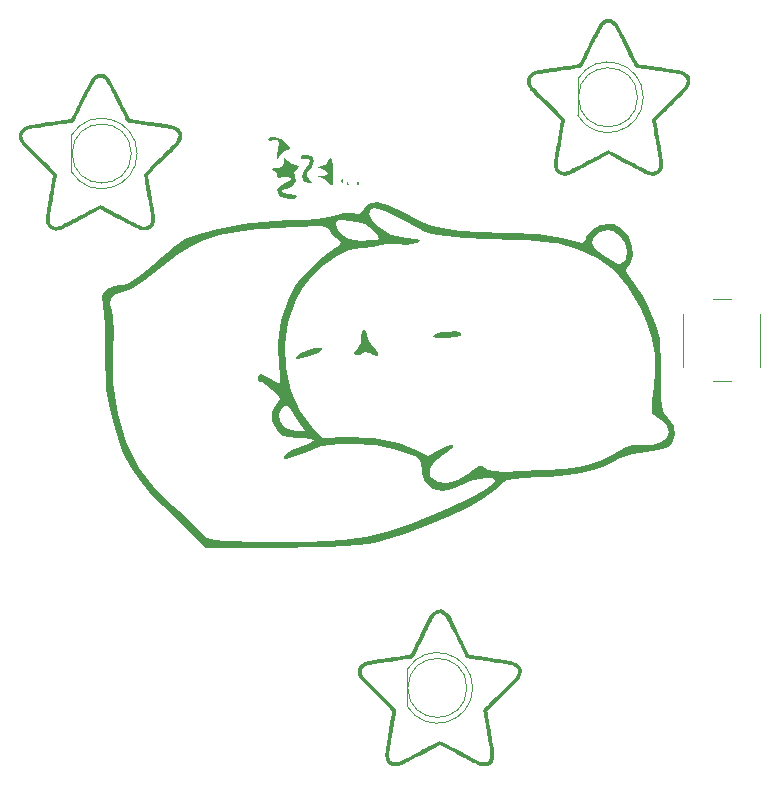
<source format=gbr>
%TF.GenerationSoftware,KiCad,Pcbnew,8.0.7*%
%TF.CreationDate,2025-05-01T23:39:49-04:00*%
%TF.ProjectId,Celeste Keychain,43656c65-7374-4652-904b-657963686169,rev?*%
%TF.SameCoordinates,Original*%
%TF.FileFunction,Legend,Top*%
%TF.FilePolarity,Positive*%
%FSLAX46Y46*%
G04 Gerber Fmt 4.6, Leading zero omitted, Abs format (unit mm)*
G04 Created by KiCad (PCBNEW 8.0.7) date 2025-05-01 23:39:49*
%MOMM*%
%LPD*%
G01*
G04 APERTURE LIST*
%ADD10C,0.000000*%
%ADD11C,0.120000*%
G04 APERTURE END LIST*
D10*
%TO.C,\u002A*%
G36*
X127805654Y-88660160D02*
G01*
X127982833Y-88760026D01*
X128160880Y-88912081D01*
X128163630Y-88914819D01*
X128357418Y-89108127D01*
X129182110Y-90774973D01*
X129341716Y-91097486D01*
X129479491Y-91375504D01*
X129597247Y-91612366D01*
X129696799Y-91811413D01*
X129779959Y-91975987D01*
X129848540Y-92109427D01*
X129904355Y-92215075D01*
X129949218Y-92296272D01*
X129984941Y-92356358D01*
X130013337Y-92398675D01*
X130036219Y-92426562D01*
X130055402Y-92443361D01*
X130072697Y-92452413D01*
X130089917Y-92457058D01*
X130095570Y-92458134D01*
X130137143Y-92464744D01*
X130226764Y-92478246D01*
X130359663Y-92497941D01*
X130531068Y-92523133D01*
X130736209Y-92553123D01*
X130970315Y-92587216D01*
X131228614Y-92624713D01*
X131506336Y-92664918D01*
X131798710Y-92707133D01*
X131851880Y-92714798D01*
X132247678Y-92772329D01*
X132592603Y-92823520D01*
X132888723Y-92868712D01*
X133138108Y-92908241D01*
X133342826Y-92942448D01*
X133504945Y-92971670D01*
X133626535Y-92996248D01*
X133709664Y-93016519D01*
X133728645Y-93022205D01*
X133965202Y-93118887D01*
X134157382Y-93241606D01*
X134303951Y-93387760D01*
X134403676Y-93554748D01*
X134455322Y-93739971D01*
X134457657Y-93940825D01*
X134409445Y-94154712D01*
X134342409Y-94315996D01*
X134319055Y-94360839D01*
X134291928Y-94406693D01*
X134258573Y-94456113D01*
X134216531Y-94511655D01*
X134163347Y-94575877D01*
X134096563Y-94651334D01*
X134013722Y-94740582D01*
X133912367Y-94846178D01*
X133790042Y-94970678D01*
X133644290Y-95116638D01*
X133472654Y-95286615D01*
X133272677Y-95483164D01*
X133041902Y-95708843D01*
X132777873Y-95966207D01*
X132478131Y-96257812D01*
X132447095Y-96287986D01*
X132264366Y-96466481D01*
X132094295Y-96634264D01*
X131940561Y-96787589D01*
X131806841Y-96922708D01*
X131696816Y-97035874D01*
X131614161Y-97123339D01*
X131562558Y-97181355D01*
X131545682Y-97206177D01*
X131545709Y-97206268D01*
X131552752Y-97239650D01*
X131567421Y-97318872D01*
X131588522Y-97437142D01*
X131614860Y-97587673D01*
X131645240Y-97763676D01*
X131678469Y-97958361D01*
X131689727Y-98024789D01*
X131728935Y-98256050D01*
X131774691Y-98525131D01*
X131824477Y-98817269D01*
X131875774Y-99117700D01*
X131926062Y-99411659D01*
X131972822Y-99684383D01*
X131984128Y-99750205D01*
X132037239Y-100066105D01*
X132079381Y-100335232D01*
X132110608Y-100563023D01*
X132130974Y-100754916D01*
X132140533Y-100916347D01*
X132139338Y-101052755D01*
X132127443Y-101169575D01*
X132104902Y-101272247D01*
X132071769Y-101366206D01*
X132028097Y-101456891D01*
X132001463Y-101504179D01*
X131883254Y-101661542D01*
X131737466Y-101775181D01*
X131561441Y-101846498D01*
X131352517Y-101876893D01*
X131291586Y-101878266D01*
X131228947Y-101878251D01*
X131172000Y-101877171D01*
X131117336Y-101873495D01*
X131061543Y-101865694D01*
X131001212Y-101852239D01*
X130932931Y-101831598D01*
X130853291Y-101802242D01*
X130758880Y-101762642D01*
X130646289Y-101711267D01*
X130512107Y-101646587D01*
X130352924Y-101567073D01*
X130165328Y-101471194D01*
X129945911Y-101357420D01*
X129691261Y-101224222D01*
X129397968Y-101070070D01*
X129062621Y-100893433D01*
X128869977Y-100791919D01*
X127528935Y-100085284D01*
X126161888Y-100805279D01*
X125821880Y-100984302D01*
X125525550Y-101140139D01*
X125269392Y-101274526D01*
X125049900Y-101389199D01*
X124863567Y-101485893D01*
X124706887Y-101566342D01*
X124576354Y-101632282D01*
X124468461Y-101685448D01*
X124379702Y-101727575D01*
X124306571Y-101760399D01*
X124245561Y-101785655D01*
X124193165Y-101805077D01*
X124145878Y-101820402D01*
X124100193Y-101833364D01*
X124066749Y-101842099D01*
X123889260Y-101879038D01*
X123738516Y-101889288D01*
X123595342Y-101873344D01*
X123522260Y-101856150D01*
X123338532Y-101781852D01*
X123184847Y-101665112D01*
X123059205Y-101504110D01*
X122990239Y-101371745D01*
X122957128Y-101278465D01*
X122935476Y-101167263D01*
X122922576Y-101022756D01*
X122920111Y-100973004D01*
X122918317Y-100916349D01*
X122918325Y-100858794D01*
X122920760Y-100795970D01*
X122926246Y-100723509D01*
X122935409Y-100637042D01*
X122948873Y-100532199D01*
X122967263Y-100404612D01*
X122991203Y-100249911D01*
X123021319Y-100063729D01*
X123058234Y-99841695D01*
X123102574Y-99579442D01*
X123154964Y-99272599D01*
X123204716Y-98982626D01*
X123255695Y-98685095D01*
X123303897Y-98402212D01*
X123348569Y-98138505D01*
X123388956Y-97898503D01*
X123424303Y-97686736D01*
X123453855Y-97507734D01*
X123476857Y-97366024D01*
X123492556Y-97266138D01*
X123500196Y-97212603D01*
X123500829Y-97205401D01*
X123481335Y-97174041D01*
X123422900Y-97106351D01*
X123325600Y-97002409D01*
X123189510Y-96862289D01*
X123014703Y-96686068D01*
X122801255Y-96473821D01*
X122549240Y-96225623D01*
X122258733Y-95941552D01*
X122219288Y-95903107D01*
X121998387Y-95687345D01*
X121786776Y-95479633D01*
X121587905Y-95283420D01*
X121405221Y-95102157D01*
X121242175Y-94939294D01*
X121102214Y-94798283D01*
X120988788Y-94682573D01*
X120905345Y-94595616D01*
X120855335Y-94540861D01*
X120845077Y-94528225D01*
X120710377Y-94309552D01*
X120627660Y-94094759D01*
X120596701Y-93893368D01*
X120920624Y-93893368D01*
X120921877Y-93908701D01*
X120927502Y-93960758D01*
X120935215Y-94009431D01*
X120947282Y-94057263D01*
X120965967Y-94106801D01*
X120993536Y-94160590D01*
X121032254Y-94221176D01*
X121084385Y-94291103D01*
X121152194Y-94372919D01*
X121237947Y-94469167D01*
X121343908Y-94582395D01*
X121472342Y-94715147D01*
X121625515Y-94869968D01*
X121805690Y-95049405D01*
X122015134Y-95256003D01*
X122256111Y-95492308D01*
X122530886Y-95760864D01*
X122827142Y-96049991D01*
X123059190Y-96277336D01*
X123265086Y-96480989D01*
X123442959Y-96659035D01*
X123590939Y-96809553D01*
X123707154Y-96930627D01*
X123789732Y-97020337D01*
X123836803Y-97076766D01*
X123847678Y-97096134D01*
X123843252Y-97130406D01*
X123830469Y-97212824D01*
X123810069Y-97338952D01*
X123782796Y-97504354D01*
X123749390Y-97704596D01*
X123710594Y-97935243D01*
X123667148Y-98191861D01*
X123619795Y-98470013D01*
X123569277Y-98765265D01*
X123540850Y-98930782D01*
X123474836Y-99317607D01*
X123416064Y-99668085D01*
X123364876Y-99980023D01*
X123321612Y-100251228D01*
X123286613Y-100479508D01*
X123260221Y-100662671D01*
X123242776Y-100798525D01*
X123234620Y-100884876D01*
X123234023Y-100903028D01*
X123247531Y-101069295D01*
X123285005Y-101224622D01*
X123341871Y-101354715D01*
X123405190Y-101437795D01*
X123527475Y-101517108D01*
X123679643Y-101557500D01*
X123854473Y-101558401D01*
X124044742Y-101519240D01*
X124118249Y-101494240D01*
X124165991Y-101472742D01*
X124256578Y-101428458D01*
X124385711Y-101363603D01*
X124549091Y-101280389D01*
X124742420Y-101181030D01*
X124961398Y-101067739D01*
X125201727Y-100942729D01*
X125459108Y-100808213D01*
X125729243Y-100666405D01*
X125862069Y-100596452D01*
X126134142Y-100453521D01*
X126393590Y-100318202D01*
X126636371Y-100192540D01*
X126858447Y-100078580D01*
X127055776Y-99978368D01*
X127224319Y-99893948D01*
X127360034Y-99827366D01*
X127458881Y-99780668D01*
X127516820Y-99755898D01*
X127529611Y-99752359D01*
X127574393Y-99764492D01*
X127656792Y-99798200D01*
X127767685Y-99849312D01*
X127897947Y-99913661D01*
X128009863Y-99971811D01*
X128200691Y-100073119D01*
X128365244Y-100160428D01*
X128511106Y-100237735D01*
X128645858Y-100309037D01*
X128777083Y-100378330D01*
X128912364Y-100449609D01*
X129059282Y-100526873D01*
X129225421Y-100614117D01*
X129418362Y-100715337D01*
X129645687Y-100834531D01*
X129829066Y-100930660D01*
X130044883Y-101043333D01*
X130250481Y-101149810D01*
X130440065Y-101247149D01*
X130607836Y-101332412D01*
X130747995Y-101402658D01*
X130854746Y-101454948D01*
X130922291Y-101486340D01*
X130936314Y-101492120D01*
X131146850Y-101552140D01*
X131332330Y-101565567D01*
X131490877Y-101533874D01*
X131620613Y-101458533D01*
X131719658Y-101341018D01*
X131786136Y-101182799D01*
X131818167Y-100985351D01*
X131817786Y-100801051D01*
X131807952Y-100694706D01*
X131790155Y-100551099D01*
X131766499Y-100385373D01*
X131739089Y-100212668D01*
X131723004Y-100119222D01*
X131684267Y-99899906D01*
X131642293Y-99660091D01*
X131597983Y-99405099D01*
X131552236Y-99140249D01*
X131505955Y-98870859D01*
X131460039Y-98602251D01*
X131415389Y-98339744D01*
X131372906Y-98088657D01*
X131333491Y-97854310D01*
X131298045Y-97642023D01*
X131267468Y-97457115D01*
X131242660Y-97304907D01*
X131224524Y-97190717D01*
X131213958Y-97119866D01*
X131211544Y-97098506D01*
X131231036Y-97066089D01*
X131289255Y-96997775D01*
X131385812Y-96893963D01*
X131520317Y-96755053D01*
X131692382Y-96581444D01*
X131901619Y-96373535D01*
X132147638Y-96131726D01*
X132245420Y-96036175D01*
X132541886Y-95746765D01*
X132802531Y-95492014D01*
X133029805Y-95269400D01*
X133226159Y-95076399D01*
X133394044Y-94910487D01*
X133535911Y-94769141D01*
X133654212Y-94649836D01*
X133751397Y-94550051D01*
X133829917Y-94467260D01*
X133892225Y-94398941D01*
X133940769Y-94342570D01*
X133978003Y-94295623D01*
X134006376Y-94255578D01*
X134028340Y-94219909D01*
X134046346Y-94186094D01*
X134050450Y-94177770D01*
X134119450Y-93995375D01*
X134138820Y-93832393D01*
X134108275Y-93687926D01*
X134027530Y-93561076D01*
X133896299Y-93450947D01*
X133802543Y-93397200D01*
X133766623Y-93378787D01*
X133734236Y-93362537D01*
X133701797Y-93347822D01*
X133665718Y-93334016D01*
X133622413Y-93320491D01*
X133568296Y-93306622D01*
X133499781Y-93291780D01*
X133413281Y-93275339D01*
X133305211Y-93256672D01*
X133171982Y-93235153D01*
X133010010Y-93210153D01*
X132815709Y-93181047D01*
X132585490Y-93147208D01*
X132315770Y-93108007D01*
X132002960Y-93062820D01*
X131643475Y-93011018D01*
X131358287Y-92969930D01*
X131089411Y-92930938D01*
X130834169Y-92893457D01*
X130597890Y-92858301D01*
X130385901Y-92826286D01*
X130203529Y-92798225D01*
X130056103Y-92774932D01*
X129948950Y-92757223D01*
X129887397Y-92745911D01*
X129877478Y-92743576D01*
X129859106Y-92737636D01*
X129841251Y-92728464D01*
X129822109Y-92712726D01*
X129799876Y-92687089D01*
X129772748Y-92648218D01*
X129738921Y-92592779D01*
X129696590Y-92517437D01*
X129643951Y-92418859D01*
X129579201Y-92293710D01*
X129500536Y-92138656D01*
X129406151Y-91950364D01*
X129294242Y-91725498D01*
X129163006Y-91460725D01*
X129010637Y-91152710D01*
X128946591Y-91023168D01*
X128780316Y-90687280D01*
X128635548Y-90395939D01*
X128510472Y-90145700D01*
X128403271Y-89933116D01*
X128312129Y-89754741D01*
X128235230Y-89607129D01*
X128170757Y-89486834D01*
X128116896Y-89390408D01*
X128071828Y-89314407D01*
X128033739Y-89255382D01*
X128000812Y-89209889D01*
X127973963Y-89177523D01*
X127828672Y-89041209D01*
X127683297Y-88958256D01*
X127537758Y-88928663D01*
X127391977Y-88952430D01*
X127245877Y-89029555D01*
X127099379Y-89160039D01*
X127089259Y-89171005D01*
X127060989Y-89204395D01*
X127029640Y-89246771D01*
X126993783Y-89300901D01*
X126951987Y-89369555D01*
X126902822Y-89455501D01*
X126844858Y-89561509D01*
X126776664Y-89690346D01*
X126696811Y-89844782D01*
X126603869Y-90027585D01*
X126496406Y-90241525D01*
X126372993Y-90489369D01*
X126232200Y-90773888D01*
X126072596Y-91097848D01*
X125892752Y-91464020D01*
X125691237Y-91875172D01*
X125669400Y-91919763D01*
X125560060Y-92142024D01*
X125470856Y-92320673D01*
X125399180Y-92460372D01*
X125342425Y-92565781D01*
X125297984Y-92641560D01*
X125263249Y-92692370D01*
X125235613Y-92722873D01*
X125212469Y-92737728D01*
X125211648Y-92738044D01*
X125165064Y-92749512D01*
X125074484Y-92766634D01*
X124948794Y-92787926D01*
X124796879Y-92811901D01*
X124627624Y-92837076D01*
X124568056Y-92845595D01*
X124125388Y-92908526D01*
X123706732Y-92968584D01*
X123314862Y-93025351D01*
X122952549Y-93078409D01*
X122622566Y-93127338D01*
X122327684Y-93171720D01*
X122070677Y-93211136D01*
X121854315Y-93245167D01*
X121681372Y-93273395D01*
X121554620Y-93295402D01*
X121476830Y-93310768D01*
X121459758Y-93315043D01*
X121265140Y-93389906D01*
X121111042Y-93488344D01*
X121000339Y-93607182D01*
X120935908Y-93743248D01*
X120920624Y-93893368D01*
X120596701Y-93893368D01*
X120595786Y-93887413D01*
X120613614Y-93691082D01*
X120680004Y-93509331D01*
X120793813Y-93345729D01*
X120953902Y-93203841D01*
X121159130Y-93087235D01*
X121326355Y-93023416D01*
X121397022Y-93004531D01*
X121503381Y-92981775D01*
X121647743Y-92954768D01*
X121832420Y-92923133D01*
X122059726Y-92886491D01*
X122331971Y-92844464D01*
X122651470Y-92796675D01*
X123020534Y-92742744D01*
X123207342Y-92715805D01*
X123501765Y-92673459D01*
X123782334Y-92633028D01*
X124044285Y-92595203D01*
X124282852Y-92560676D01*
X124493273Y-92530138D01*
X124670781Y-92504282D01*
X124810613Y-92483798D01*
X124908005Y-92469379D01*
X124958191Y-92461716D01*
X124961824Y-92461111D01*
X124979093Y-92457273D01*
X124996046Y-92449791D01*
X125014491Y-92435331D01*
X125036238Y-92410556D01*
X125063095Y-92372132D01*
X125096873Y-92316722D01*
X125139379Y-92240992D01*
X125192424Y-92141606D01*
X125257816Y-92015228D01*
X125337365Y-91858522D01*
X125432879Y-91668154D01*
X125546168Y-91440788D01*
X125679041Y-91173089D01*
X125833307Y-90861720D01*
X125875165Y-90777195D01*
X126701565Y-89108365D01*
X126895473Y-88914939D01*
X127008026Y-88808820D01*
X127102666Y-88735458D01*
X127193343Y-88684802D01*
X127243795Y-88664012D01*
X127439688Y-88613122D01*
X127625790Y-88611514D01*
X127805654Y-88660160D01*
G37*
%TO.C,G\u002A\u002A\u002A*%
G36*
X142093154Y-38653910D02*
G01*
X142270333Y-38753776D01*
X142448380Y-38905831D01*
X142451130Y-38908569D01*
X142644918Y-39101877D01*
X143469610Y-40768723D01*
X143629216Y-41091236D01*
X143766991Y-41369254D01*
X143884747Y-41606116D01*
X143984299Y-41805163D01*
X144067459Y-41969737D01*
X144136040Y-42103177D01*
X144191855Y-42208825D01*
X144236718Y-42290022D01*
X144272441Y-42350108D01*
X144300837Y-42392425D01*
X144323719Y-42420312D01*
X144342902Y-42437111D01*
X144360197Y-42446163D01*
X144377417Y-42450808D01*
X144383070Y-42451884D01*
X144424643Y-42458494D01*
X144514264Y-42471996D01*
X144647163Y-42491691D01*
X144818568Y-42516883D01*
X145023709Y-42546873D01*
X145257815Y-42580966D01*
X145516114Y-42618463D01*
X145793836Y-42658668D01*
X146086210Y-42700883D01*
X146139380Y-42708548D01*
X146535178Y-42766079D01*
X146880103Y-42817270D01*
X147176223Y-42862462D01*
X147425608Y-42901991D01*
X147630326Y-42936198D01*
X147792445Y-42965420D01*
X147914035Y-42989998D01*
X147997164Y-43010269D01*
X148016145Y-43015955D01*
X148252702Y-43112637D01*
X148444882Y-43235356D01*
X148591451Y-43381510D01*
X148691176Y-43548498D01*
X148742822Y-43733721D01*
X148745157Y-43934575D01*
X148696945Y-44148462D01*
X148629909Y-44309746D01*
X148606555Y-44354589D01*
X148579428Y-44400443D01*
X148546073Y-44449863D01*
X148504031Y-44505405D01*
X148450847Y-44569627D01*
X148384063Y-44645084D01*
X148301222Y-44734332D01*
X148199867Y-44839928D01*
X148077542Y-44964428D01*
X147931790Y-45110388D01*
X147760154Y-45280365D01*
X147560177Y-45476914D01*
X147329402Y-45702593D01*
X147065373Y-45959957D01*
X146765631Y-46251562D01*
X146734595Y-46281736D01*
X146551866Y-46460231D01*
X146381795Y-46628014D01*
X146228061Y-46781339D01*
X146094341Y-46916458D01*
X145984316Y-47029624D01*
X145901661Y-47117089D01*
X145850058Y-47175105D01*
X145833182Y-47199927D01*
X145833209Y-47200018D01*
X145840252Y-47233400D01*
X145854921Y-47312622D01*
X145876022Y-47430892D01*
X145902360Y-47581423D01*
X145932740Y-47757426D01*
X145965969Y-47952111D01*
X145977227Y-48018539D01*
X146016435Y-48249800D01*
X146062191Y-48518881D01*
X146111977Y-48811019D01*
X146163274Y-49111450D01*
X146213562Y-49405409D01*
X146260322Y-49678133D01*
X146271628Y-49743955D01*
X146324739Y-50059855D01*
X146366881Y-50328982D01*
X146398108Y-50556773D01*
X146418474Y-50748666D01*
X146428033Y-50910097D01*
X146426838Y-51046505D01*
X146414943Y-51163325D01*
X146392402Y-51265997D01*
X146359269Y-51359956D01*
X146315597Y-51450641D01*
X146288963Y-51497929D01*
X146170754Y-51655292D01*
X146024966Y-51768931D01*
X145848941Y-51840248D01*
X145640017Y-51870643D01*
X145579086Y-51872016D01*
X145516447Y-51872001D01*
X145459500Y-51870921D01*
X145404836Y-51867245D01*
X145349043Y-51859444D01*
X145288712Y-51845989D01*
X145220431Y-51825348D01*
X145140791Y-51795992D01*
X145046380Y-51756392D01*
X144933789Y-51705017D01*
X144799607Y-51640337D01*
X144640424Y-51560823D01*
X144452828Y-51464944D01*
X144233411Y-51351170D01*
X143978761Y-51217972D01*
X143685468Y-51063820D01*
X143350121Y-50887183D01*
X143157477Y-50785669D01*
X141816435Y-50079034D01*
X140449388Y-50799029D01*
X140109380Y-50978052D01*
X139813050Y-51133889D01*
X139556892Y-51268276D01*
X139337400Y-51382949D01*
X139151067Y-51479643D01*
X138994387Y-51560092D01*
X138863854Y-51626032D01*
X138755961Y-51679198D01*
X138667202Y-51721325D01*
X138594071Y-51754149D01*
X138533061Y-51779405D01*
X138480665Y-51798827D01*
X138433378Y-51814152D01*
X138387693Y-51827114D01*
X138354249Y-51835849D01*
X138176760Y-51872788D01*
X138026016Y-51883038D01*
X137882842Y-51867094D01*
X137809760Y-51849900D01*
X137626032Y-51775602D01*
X137472347Y-51658862D01*
X137346705Y-51497860D01*
X137277739Y-51365495D01*
X137244628Y-51272215D01*
X137222976Y-51161013D01*
X137210076Y-51016506D01*
X137207611Y-50966754D01*
X137205817Y-50910099D01*
X137205825Y-50852544D01*
X137208260Y-50789720D01*
X137213746Y-50717259D01*
X137222909Y-50630792D01*
X137236373Y-50525949D01*
X137254763Y-50398362D01*
X137278703Y-50243661D01*
X137308819Y-50057479D01*
X137345734Y-49835445D01*
X137390074Y-49573192D01*
X137442464Y-49266349D01*
X137492216Y-48976376D01*
X137543195Y-48678845D01*
X137591397Y-48395962D01*
X137636069Y-48132255D01*
X137676456Y-47892253D01*
X137711803Y-47680486D01*
X137741355Y-47501484D01*
X137764357Y-47359774D01*
X137780056Y-47259888D01*
X137787696Y-47206353D01*
X137788329Y-47199151D01*
X137768835Y-47167791D01*
X137710400Y-47100101D01*
X137613100Y-46996159D01*
X137477010Y-46856039D01*
X137302203Y-46679818D01*
X137088755Y-46467571D01*
X136836740Y-46219373D01*
X136546233Y-45935302D01*
X136506788Y-45896857D01*
X136285887Y-45681095D01*
X136074276Y-45473383D01*
X135875405Y-45277170D01*
X135692721Y-45095907D01*
X135529675Y-44933044D01*
X135389714Y-44792033D01*
X135276288Y-44676323D01*
X135192845Y-44589366D01*
X135142835Y-44534611D01*
X135132577Y-44521975D01*
X134997877Y-44303302D01*
X134915160Y-44088509D01*
X134884201Y-43887118D01*
X135208124Y-43887118D01*
X135209377Y-43902451D01*
X135215002Y-43954508D01*
X135222715Y-44003181D01*
X135234782Y-44051013D01*
X135253467Y-44100551D01*
X135281036Y-44154340D01*
X135319754Y-44214926D01*
X135371885Y-44284853D01*
X135439694Y-44366669D01*
X135525447Y-44462917D01*
X135631408Y-44576145D01*
X135759842Y-44708897D01*
X135913015Y-44863718D01*
X136093190Y-45043155D01*
X136302634Y-45249753D01*
X136543611Y-45486058D01*
X136818386Y-45754614D01*
X137114642Y-46043741D01*
X137346690Y-46271086D01*
X137552586Y-46474739D01*
X137730459Y-46652785D01*
X137878439Y-46803303D01*
X137994654Y-46924377D01*
X138077232Y-47014087D01*
X138124303Y-47070516D01*
X138135178Y-47089884D01*
X138130752Y-47124156D01*
X138117969Y-47206574D01*
X138097569Y-47332702D01*
X138070296Y-47498104D01*
X138036890Y-47698346D01*
X137998094Y-47928993D01*
X137954648Y-48185611D01*
X137907295Y-48463763D01*
X137856777Y-48759015D01*
X137828350Y-48924532D01*
X137762336Y-49311357D01*
X137703564Y-49661835D01*
X137652376Y-49973773D01*
X137609112Y-50244978D01*
X137574113Y-50473258D01*
X137547721Y-50656421D01*
X137530276Y-50792275D01*
X137522120Y-50878626D01*
X137521523Y-50896778D01*
X137535031Y-51063045D01*
X137572505Y-51218372D01*
X137629371Y-51348465D01*
X137692690Y-51431545D01*
X137814975Y-51510858D01*
X137967143Y-51551250D01*
X138141973Y-51552151D01*
X138332242Y-51512990D01*
X138405749Y-51487990D01*
X138453491Y-51466492D01*
X138544078Y-51422208D01*
X138673211Y-51357353D01*
X138836591Y-51274139D01*
X139029920Y-51174780D01*
X139248898Y-51061489D01*
X139489227Y-50936479D01*
X139746608Y-50801963D01*
X140016743Y-50660155D01*
X140149569Y-50590202D01*
X140421642Y-50447271D01*
X140681090Y-50311952D01*
X140923871Y-50186290D01*
X141145947Y-50072330D01*
X141343276Y-49972118D01*
X141511819Y-49887698D01*
X141647534Y-49821116D01*
X141746381Y-49774418D01*
X141804320Y-49749648D01*
X141817111Y-49746109D01*
X141861893Y-49758242D01*
X141944292Y-49791950D01*
X142055185Y-49843062D01*
X142185447Y-49907411D01*
X142297363Y-49965561D01*
X142488191Y-50066869D01*
X142652744Y-50154178D01*
X142798606Y-50231485D01*
X142933358Y-50302787D01*
X143064583Y-50372080D01*
X143199864Y-50443359D01*
X143346782Y-50520623D01*
X143512921Y-50607867D01*
X143705862Y-50709087D01*
X143933187Y-50828281D01*
X144116566Y-50924410D01*
X144332383Y-51037083D01*
X144537981Y-51143560D01*
X144727565Y-51240899D01*
X144895336Y-51326162D01*
X145035495Y-51396408D01*
X145142246Y-51448698D01*
X145209791Y-51480090D01*
X145223814Y-51485870D01*
X145434350Y-51545890D01*
X145619830Y-51559317D01*
X145778377Y-51527624D01*
X145908113Y-51452283D01*
X146007158Y-51334768D01*
X146073636Y-51176549D01*
X146105667Y-50979101D01*
X146105286Y-50794801D01*
X146095452Y-50688456D01*
X146077655Y-50544849D01*
X146053999Y-50379123D01*
X146026589Y-50206418D01*
X146010504Y-50112972D01*
X145971767Y-49893656D01*
X145929793Y-49653841D01*
X145885483Y-49398849D01*
X145839736Y-49133999D01*
X145793455Y-48864609D01*
X145747539Y-48596001D01*
X145702889Y-48333494D01*
X145660406Y-48082407D01*
X145620991Y-47848060D01*
X145585545Y-47635773D01*
X145554968Y-47450865D01*
X145530160Y-47298657D01*
X145512024Y-47184467D01*
X145501458Y-47113616D01*
X145499044Y-47092256D01*
X145518536Y-47059839D01*
X145576755Y-46991525D01*
X145673312Y-46887713D01*
X145807817Y-46748803D01*
X145979882Y-46575194D01*
X146189119Y-46367285D01*
X146435138Y-46125476D01*
X146532920Y-46029925D01*
X146829386Y-45740515D01*
X147090031Y-45485764D01*
X147317305Y-45263150D01*
X147513659Y-45070149D01*
X147681544Y-44904237D01*
X147823411Y-44762891D01*
X147941712Y-44643586D01*
X148038897Y-44543801D01*
X148117417Y-44461010D01*
X148179725Y-44392691D01*
X148228269Y-44336320D01*
X148265503Y-44289373D01*
X148293876Y-44249328D01*
X148315840Y-44213659D01*
X148333846Y-44179844D01*
X148337950Y-44171520D01*
X148406950Y-43989125D01*
X148426320Y-43826143D01*
X148395775Y-43681676D01*
X148315030Y-43554826D01*
X148183799Y-43444697D01*
X148090043Y-43390950D01*
X148054123Y-43372537D01*
X148021736Y-43356287D01*
X147989297Y-43341572D01*
X147953218Y-43327766D01*
X147909913Y-43314241D01*
X147855796Y-43300372D01*
X147787281Y-43285530D01*
X147700781Y-43269089D01*
X147592711Y-43250422D01*
X147459482Y-43228903D01*
X147297510Y-43203903D01*
X147103209Y-43174797D01*
X146872990Y-43140958D01*
X146603270Y-43101757D01*
X146290460Y-43056570D01*
X145930975Y-43004768D01*
X145645787Y-42963680D01*
X145376911Y-42924688D01*
X145121669Y-42887207D01*
X144885390Y-42852051D01*
X144673401Y-42820036D01*
X144491029Y-42791975D01*
X144343603Y-42768682D01*
X144236450Y-42750973D01*
X144174897Y-42739661D01*
X144164978Y-42737326D01*
X144146606Y-42731386D01*
X144128751Y-42722214D01*
X144109609Y-42706476D01*
X144087376Y-42680839D01*
X144060248Y-42641968D01*
X144026421Y-42586529D01*
X143984090Y-42511187D01*
X143931451Y-42412609D01*
X143866701Y-42287460D01*
X143788036Y-42132406D01*
X143693651Y-41944114D01*
X143581742Y-41719248D01*
X143450506Y-41454475D01*
X143298137Y-41146460D01*
X143234091Y-41016918D01*
X143067816Y-40681030D01*
X142923048Y-40389689D01*
X142797972Y-40139450D01*
X142690771Y-39926866D01*
X142599629Y-39748491D01*
X142522730Y-39600879D01*
X142458257Y-39480584D01*
X142404396Y-39384158D01*
X142359328Y-39308157D01*
X142321239Y-39249132D01*
X142288312Y-39203639D01*
X142261463Y-39171273D01*
X142116172Y-39034959D01*
X141970797Y-38952006D01*
X141825258Y-38922413D01*
X141679477Y-38946180D01*
X141533377Y-39023305D01*
X141386879Y-39153789D01*
X141376759Y-39164755D01*
X141348489Y-39198145D01*
X141317140Y-39240521D01*
X141281283Y-39294651D01*
X141239487Y-39363305D01*
X141190322Y-39449251D01*
X141132358Y-39555259D01*
X141064164Y-39684096D01*
X140984311Y-39838532D01*
X140891369Y-40021335D01*
X140783906Y-40235275D01*
X140660493Y-40483119D01*
X140519700Y-40767638D01*
X140360096Y-41091598D01*
X140180252Y-41457770D01*
X139978737Y-41868922D01*
X139956900Y-41913513D01*
X139847560Y-42135774D01*
X139758356Y-42314423D01*
X139686680Y-42454122D01*
X139629925Y-42559531D01*
X139585484Y-42635310D01*
X139550749Y-42686120D01*
X139523113Y-42716623D01*
X139499969Y-42731478D01*
X139499148Y-42731794D01*
X139452564Y-42743262D01*
X139361984Y-42760384D01*
X139236294Y-42781676D01*
X139084379Y-42805651D01*
X138915124Y-42830826D01*
X138855556Y-42839345D01*
X138412888Y-42902276D01*
X137994232Y-42962334D01*
X137602362Y-43019101D01*
X137240049Y-43072159D01*
X136910066Y-43121088D01*
X136615184Y-43165470D01*
X136358177Y-43204886D01*
X136141815Y-43238917D01*
X135968872Y-43267145D01*
X135842120Y-43289152D01*
X135764330Y-43304518D01*
X135747258Y-43308793D01*
X135552640Y-43383656D01*
X135398542Y-43482094D01*
X135287839Y-43600932D01*
X135223408Y-43736998D01*
X135208124Y-43887118D01*
X134884201Y-43887118D01*
X134883286Y-43881163D01*
X134901114Y-43684832D01*
X134967504Y-43503081D01*
X135081313Y-43339479D01*
X135241402Y-43197591D01*
X135446630Y-43080985D01*
X135613855Y-43017166D01*
X135684522Y-42998281D01*
X135790881Y-42975525D01*
X135935243Y-42948518D01*
X136119920Y-42916883D01*
X136347226Y-42880241D01*
X136619471Y-42838214D01*
X136938970Y-42790425D01*
X137308034Y-42736494D01*
X137494842Y-42709555D01*
X137789265Y-42667209D01*
X138069834Y-42626778D01*
X138331785Y-42588953D01*
X138570352Y-42554426D01*
X138780773Y-42523888D01*
X138958281Y-42498032D01*
X139098113Y-42477548D01*
X139195505Y-42463129D01*
X139245691Y-42455466D01*
X139249324Y-42454861D01*
X139266593Y-42451023D01*
X139283546Y-42443541D01*
X139301991Y-42429081D01*
X139323738Y-42404306D01*
X139350595Y-42365882D01*
X139384373Y-42310472D01*
X139426879Y-42234742D01*
X139479924Y-42135356D01*
X139545316Y-42008978D01*
X139624865Y-41852272D01*
X139720379Y-41661904D01*
X139833668Y-41434538D01*
X139966541Y-41166839D01*
X140120807Y-40855470D01*
X140162665Y-40770945D01*
X140989065Y-39102115D01*
X141182973Y-38908689D01*
X141295526Y-38802570D01*
X141390166Y-38729208D01*
X141480843Y-38678552D01*
X141531295Y-38657762D01*
X141727188Y-38606872D01*
X141913290Y-38605264D01*
X142093154Y-38653910D01*
G37*
G36*
X99071904Y-43297660D02*
G01*
X99249083Y-43397526D01*
X99427130Y-43549581D01*
X99429880Y-43552319D01*
X99623668Y-43745627D01*
X100448360Y-45412473D01*
X100607966Y-45734986D01*
X100745741Y-46013004D01*
X100863497Y-46249866D01*
X100963049Y-46448913D01*
X101046209Y-46613487D01*
X101114790Y-46746927D01*
X101170605Y-46852575D01*
X101215468Y-46933772D01*
X101251191Y-46993858D01*
X101279587Y-47036175D01*
X101302469Y-47064062D01*
X101321652Y-47080861D01*
X101338947Y-47089913D01*
X101356167Y-47094558D01*
X101361820Y-47095634D01*
X101403393Y-47102244D01*
X101493014Y-47115746D01*
X101625913Y-47135441D01*
X101797318Y-47160633D01*
X102002459Y-47190623D01*
X102236565Y-47224716D01*
X102494864Y-47262213D01*
X102772586Y-47302418D01*
X103064960Y-47344633D01*
X103118130Y-47352298D01*
X103513928Y-47409829D01*
X103858853Y-47461020D01*
X104154973Y-47506212D01*
X104404358Y-47545741D01*
X104609076Y-47579948D01*
X104771195Y-47609170D01*
X104892785Y-47633748D01*
X104975914Y-47654019D01*
X104994895Y-47659705D01*
X105231452Y-47756387D01*
X105423632Y-47879106D01*
X105570201Y-48025260D01*
X105669926Y-48192248D01*
X105721572Y-48377471D01*
X105723907Y-48578325D01*
X105675695Y-48792212D01*
X105608659Y-48953496D01*
X105585305Y-48998339D01*
X105558178Y-49044193D01*
X105524823Y-49093613D01*
X105482781Y-49149155D01*
X105429597Y-49213377D01*
X105362813Y-49288834D01*
X105279972Y-49378082D01*
X105178617Y-49483678D01*
X105056292Y-49608178D01*
X104910540Y-49754138D01*
X104738904Y-49924115D01*
X104538927Y-50120664D01*
X104308152Y-50346343D01*
X104044123Y-50603707D01*
X103744381Y-50895312D01*
X103713345Y-50925486D01*
X103530616Y-51103981D01*
X103360545Y-51271764D01*
X103206811Y-51425089D01*
X103073091Y-51560208D01*
X102963066Y-51673374D01*
X102880411Y-51760839D01*
X102828808Y-51818855D01*
X102811932Y-51843677D01*
X102811959Y-51843768D01*
X102819002Y-51877150D01*
X102833671Y-51956372D01*
X102854772Y-52074642D01*
X102881110Y-52225173D01*
X102911490Y-52401176D01*
X102944719Y-52595861D01*
X102955977Y-52662289D01*
X102995185Y-52893550D01*
X103040941Y-53162631D01*
X103090727Y-53454769D01*
X103142024Y-53755200D01*
X103192312Y-54049159D01*
X103239072Y-54321883D01*
X103250378Y-54387705D01*
X103303489Y-54703605D01*
X103345631Y-54972732D01*
X103376858Y-55200523D01*
X103397224Y-55392416D01*
X103406783Y-55553847D01*
X103405588Y-55690255D01*
X103393693Y-55807075D01*
X103371152Y-55909747D01*
X103338019Y-56003706D01*
X103294347Y-56094391D01*
X103267713Y-56141679D01*
X103149504Y-56299042D01*
X103003716Y-56412681D01*
X102827691Y-56483998D01*
X102618767Y-56514393D01*
X102557836Y-56515766D01*
X102495197Y-56515751D01*
X102438250Y-56514671D01*
X102383586Y-56510995D01*
X102327793Y-56503194D01*
X102267462Y-56489739D01*
X102199181Y-56469098D01*
X102119541Y-56439742D01*
X102025130Y-56400142D01*
X101912539Y-56348767D01*
X101778357Y-56284087D01*
X101619174Y-56204573D01*
X101431578Y-56108694D01*
X101212161Y-55994920D01*
X100957511Y-55861722D01*
X100664218Y-55707570D01*
X100328871Y-55530933D01*
X100136227Y-55429419D01*
X98795185Y-54722784D01*
X97428138Y-55442779D01*
X97088130Y-55621802D01*
X96791800Y-55777639D01*
X96535642Y-55912026D01*
X96316150Y-56026699D01*
X96129817Y-56123393D01*
X95973137Y-56203842D01*
X95842604Y-56269782D01*
X95734711Y-56322948D01*
X95645952Y-56365075D01*
X95572821Y-56397899D01*
X95511811Y-56423155D01*
X95459415Y-56442577D01*
X95412128Y-56457902D01*
X95366443Y-56470864D01*
X95332999Y-56479599D01*
X95155510Y-56516538D01*
X95004766Y-56526788D01*
X94861592Y-56510844D01*
X94788510Y-56493650D01*
X94604782Y-56419352D01*
X94451097Y-56302612D01*
X94325455Y-56141610D01*
X94256489Y-56009245D01*
X94223378Y-55915965D01*
X94201726Y-55804763D01*
X94188826Y-55660256D01*
X94186361Y-55610504D01*
X94184567Y-55553849D01*
X94184575Y-55496294D01*
X94187010Y-55433470D01*
X94192496Y-55361009D01*
X94201659Y-55274542D01*
X94215123Y-55169699D01*
X94233513Y-55042112D01*
X94257453Y-54887411D01*
X94287569Y-54701229D01*
X94324484Y-54479195D01*
X94368824Y-54216942D01*
X94421214Y-53910099D01*
X94470966Y-53620126D01*
X94521945Y-53322595D01*
X94570147Y-53039712D01*
X94614819Y-52776005D01*
X94655206Y-52536003D01*
X94690553Y-52324236D01*
X94720105Y-52145234D01*
X94743107Y-52003524D01*
X94758806Y-51903638D01*
X94766446Y-51850103D01*
X94767079Y-51842901D01*
X94747585Y-51811541D01*
X94689150Y-51743851D01*
X94591850Y-51639909D01*
X94455760Y-51499789D01*
X94280953Y-51323568D01*
X94067505Y-51111321D01*
X93815490Y-50863123D01*
X93524983Y-50579052D01*
X93485538Y-50540607D01*
X93264637Y-50324845D01*
X93053026Y-50117133D01*
X92854155Y-49920920D01*
X92671471Y-49739657D01*
X92508425Y-49576794D01*
X92368464Y-49435783D01*
X92255038Y-49320073D01*
X92171595Y-49233116D01*
X92121585Y-49178361D01*
X92111327Y-49165725D01*
X91976627Y-48947052D01*
X91893910Y-48732259D01*
X91862951Y-48530868D01*
X92186874Y-48530868D01*
X92188127Y-48546201D01*
X92193752Y-48598258D01*
X92201465Y-48646931D01*
X92213532Y-48694763D01*
X92232217Y-48744301D01*
X92259786Y-48798090D01*
X92298504Y-48858676D01*
X92350635Y-48928603D01*
X92418444Y-49010419D01*
X92504197Y-49106667D01*
X92610158Y-49219895D01*
X92738592Y-49352647D01*
X92891765Y-49507468D01*
X93071940Y-49686905D01*
X93281384Y-49893503D01*
X93522361Y-50129808D01*
X93797136Y-50398364D01*
X94093392Y-50687491D01*
X94325440Y-50914836D01*
X94531336Y-51118489D01*
X94709209Y-51296535D01*
X94857189Y-51447053D01*
X94973404Y-51568127D01*
X95055982Y-51657837D01*
X95103053Y-51714266D01*
X95113928Y-51733634D01*
X95109502Y-51767906D01*
X95096719Y-51850324D01*
X95076319Y-51976452D01*
X95049046Y-52141854D01*
X95015640Y-52342096D01*
X94976844Y-52572743D01*
X94933398Y-52829361D01*
X94886045Y-53107513D01*
X94835527Y-53402765D01*
X94807100Y-53568282D01*
X94741086Y-53955107D01*
X94682314Y-54305585D01*
X94631126Y-54617523D01*
X94587862Y-54888728D01*
X94552863Y-55117008D01*
X94526471Y-55300171D01*
X94509026Y-55436025D01*
X94500870Y-55522376D01*
X94500273Y-55540528D01*
X94513781Y-55706795D01*
X94551255Y-55862122D01*
X94608121Y-55992215D01*
X94671440Y-56075295D01*
X94793725Y-56154608D01*
X94945893Y-56195000D01*
X95120723Y-56195901D01*
X95310992Y-56156740D01*
X95384499Y-56131740D01*
X95432241Y-56110242D01*
X95522828Y-56065958D01*
X95651961Y-56001103D01*
X95815341Y-55917889D01*
X96008670Y-55818530D01*
X96227648Y-55705239D01*
X96467977Y-55580229D01*
X96725358Y-55445713D01*
X96995493Y-55303905D01*
X97128319Y-55233952D01*
X97400392Y-55091021D01*
X97659840Y-54955702D01*
X97902621Y-54830040D01*
X98124697Y-54716080D01*
X98322026Y-54615868D01*
X98490569Y-54531448D01*
X98626284Y-54464866D01*
X98725131Y-54418168D01*
X98783070Y-54393398D01*
X98795861Y-54389859D01*
X98840643Y-54401992D01*
X98923042Y-54435700D01*
X99033935Y-54486812D01*
X99164197Y-54551161D01*
X99276113Y-54609311D01*
X99466941Y-54710619D01*
X99631494Y-54797928D01*
X99777356Y-54875235D01*
X99912108Y-54946537D01*
X100043333Y-55015830D01*
X100178614Y-55087109D01*
X100325532Y-55164373D01*
X100491671Y-55251617D01*
X100684612Y-55352837D01*
X100911937Y-55472031D01*
X101095316Y-55568160D01*
X101311133Y-55680833D01*
X101516731Y-55787310D01*
X101706315Y-55884649D01*
X101874086Y-55969912D01*
X102014245Y-56040158D01*
X102120996Y-56092448D01*
X102188541Y-56123840D01*
X102202564Y-56129620D01*
X102413100Y-56189640D01*
X102598580Y-56203067D01*
X102757127Y-56171374D01*
X102886863Y-56096033D01*
X102985908Y-55978518D01*
X103052386Y-55820299D01*
X103084417Y-55622851D01*
X103084036Y-55438551D01*
X103074202Y-55332206D01*
X103056405Y-55188599D01*
X103032749Y-55022873D01*
X103005339Y-54850168D01*
X102989254Y-54756722D01*
X102950517Y-54537406D01*
X102908543Y-54297591D01*
X102864233Y-54042599D01*
X102818486Y-53777749D01*
X102772205Y-53508359D01*
X102726289Y-53239751D01*
X102681639Y-52977244D01*
X102639156Y-52726157D01*
X102599741Y-52491810D01*
X102564295Y-52279523D01*
X102533718Y-52094615D01*
X102508910Y-51942407D01*
X102490774Y-51828217D01*
X102480208Y-51757366D01*
X102477794Y-51736006D01*
X102497286Y-51703589D01*
X102555505Y-51635275D01*
X102652062Y-51531463D01*
X102786567Y-51392553D01*
X102958632Y-51218944D01*
X103167869Y-51011035D01*
X103413888Y-50769226D01*
X103511670Y-50673675D01*
X103808136Y-50384265D01*
X104068781Y-50129514D01*
X104296055Y-49906900D01*
X104492409Y-49713899D01*
X104660294Y-49547987D01*
X104802161Y-49406641D01*
X104920462Y-49287336D01*
X105017647Y-49187551D01*
X105096167Y-49104760D01*
X105158475Y-49036441D01*
X105207019Y-48980070D01*
X105244253Y-48933123D01*
X105272626Y-48893078D01*
X105294590Y-48857409D01*
X105312596Y-48823594D01*
X105316700Y-48815270D01*
X105385700Y-48632875D01*
X105405070Y-48469893D01*
X105374525Y-48325426D01*
X105293780Y-48198576D01*
X105162549Y-48088447D01*
X105068793Y-48034700D01*
X105032873Y-48016287D01*
X105000486Y-48000037D01*
X104968047Y-47985322D01*
X104931968Y-47971516D01*
X104888663Y-47957991D01*
X104834546Y-47944122D01*
X104766031Y-47929280D01*
X104679531Y-47912839D01*
X104571461Y-47894172D01*
X104438232Y-47872653D01*
X104276260Y-47847653D01*
X104081959Y-47818547D01*
X103851740Y-47784708D01*
X103582020Y-47745507D01*
X103269210Y-47700320D01*
X102909725Y-47648518D01*
X102624537Y-47607430D01*
X102355661Y-47568438D01*
X102100419Y-47530957D01*
X101864140Y-47495801D01*
X101652151Y-47463786D01*
X101469779Y-47435725D01*
X101322353Y-47412432D01*
X101215200Y-47394723D01*
X101153647Y-47383411D01*
X101143728Y-47381076D01*
X101125356Y-47375136D01*
X101107501Y-47365964D01*
X101088359Y-47350226D01*
X101066126Y-47324589D01*
X101038998Y-47285718D01*
X101005171Y-47230279D01*
X100962840Y-47154937D01*
X100910201Y-47056359D01*
X100845451Y-46931210D01*
X100766786Y-46776156D01*
X100672401Y-46587864D01*
X100560492Y-46362998D01*
X100429256Y-46098225D01*
X100276887Y-45790210D01*
X100212841Y-45660668D01*
X100046566Y-45324780D01*
X99901798Y-45033439D01*
X99776722Y-44783200D01*
X99669521Y-44570616D01*
X99578379Y-44392241D01*
X99501480Y-44244629D01*
X99437007Y-44124334D01*
X99383146Y-44027908D01*
X99338078Y-43951907D01*
X99299989Y-43892882D01*
X99267062Y-43847389D01*
X99240213Y-43815023D01*
X99094922Y-43678709D01*
X98949547Y-43595756D01*
X98804008Y-43566163D01*
X98658227Y-43589930D01*
X98512127Y-43667055D01*
X98365629Y-43797539D01*
X98355509Y-43808505D01*
X98327239Y-43841895D01*
X98295890Y-43884271D01*
X98260033Y-43938401D01*
X98218237Y-44007055D01*
X98169072Y-44093001D01*
X98111108Y-44199009D01*
X98042914Y-44327846D01*
X97963061Y-44482282D01*
X97870119Y-44665085D01*
X97762656Y-44879025D01*
X97639243Y-45126869D01*
X97498450Y-45411388D01*
X97338846Y-45735348D01*
X97159002Y-46101520D01*
X96957487Y-46512672D01*
X96935650Y-46557263D01*
X96826310Y-46779524D01*
X96737106Y-46958173D01*
X96665430Y-47097872D01*
X96608675Y-47203281D01*
X96564234Y-47279060D01*
X96529499Y-47329870D01*
X96501863Y-47360373D01*
X96478719Y-47375228D01*
X96477898Y-47375544D01*
X96431314Y-47387012D01*
X96340734Y-47404134D01*
X96215044Y-47425426D01*
X96063129Y-47449401D01*
X95893874Y-47474576D01*
X95834306Y-47483095D01*
X95391638Y-47546026D01*
X94972982Y-47606084D01*
X94581112Y-47662851D01*
X94218799Y-47715909D01*
X93888816Y-47764838D01*
X93593934Y-47809220D01*
X93336927Y-47848636D01*
X93120565Y-47882667D01*
X92947622Y-47910895D01*
X92820870Y-47932902D01*
X92743080Y-47948268D01*
X92726008Y-47952543D01*
X92531390Y-48027406D01*
X92377292Y-48125844D01*
X92266589Y-48244682D01*
X92202158Y-48380748D01*
X92186874Y-48530868D01*
X91862951Y-48530868D01*
X91862036Y-48524913D01*
X91879864Y-48328582D01*
X91946254Y-48146831D01*
X92060063Y-47983229D01*
X92220152Y-47841341D01*
X92425380Y-47724735D01*
X92592605Y-47660916D01*
X92663272Y-47642031D01*
X92769631Y-47619275D01*
X92913993Y-47592268D01*
X93098670Y-47560633D01*
X93325976Y-47523991D01*
X93598221Y-47481964D01*
X93917720Y-47434175D01*
X94286784Y-47380244D01*
X94473592Y-47353305D01*
X94768015Y-47310959D01*
X95048584Y-47270528D01*
X95310535Y-47232703D01*
X95549102Y-47198176D01*
X95759523Y-47167638D01*
X95937031Y-47141782D01*
X96076863Y-47121298D01*
X96174255Y-47106879D01*
X96224441Y-47099216D01*
X96228074Y-47098611D01*
X96245343Y-47094773D01*
X96262296Y-47087291D01*
X96280741Y-47072831D01*
X96302488Y-47048056D01*
X96329345Y-47009632D01*
X96363123Y-46954222D01*
X96405629Y-46878492D01*
X96458674Y-46779106D01*
X96524066Y-46652728D01*
X96603615Y-46496022D01*
X96699129Y-46305654D01*
X96812418Y-46078288D01*
X96945291Y-45810589D01*
X97099557Y-45499220D01*
X97141415Y-45414695D01*
X97967815Y-43745865D01*
X98161723Y-43552439D01*
X98274276Y-43446320D01*
X98368916Y-43372958D01*
X98459593Y-43322302D01*
X98510045Y-43301512D01*
X98705938Y-43250622D01*
X98892040Y-43249014D01*
X99071904Y-43297660D01*
G37*
G36*
X129197479Y-65136834D02*
G01*
X129279570Y-65198825D01*
X129339398Y-65362627D01*
X129211448Y-65467984D01*
X128810683Y-65544693D01*
X128076739Y-65620289D01*
X127346617Y-65653272D01*
X126984578Y-65574646D01*
X126917174Y-65449112D01*
X127111981Y-65286759D01*
X127592806Y-65157891D01*
X128204259Y-65078972D01*
X128790947Y-65066466D01*
X129197479Y-65136834D01*
G37*
G36*
X121272486Y-65019472D02*
G01*
X121358996Y-65349782D01*
X121559579Y-65880925D01*
X121951910Y-66448170D01*
X122007710Y-66509347D01*
X122319209Y-66929025D01*
X122270243Y-67110765D01*
X121888690Y-67027157D01*
X121615188Y-66895272D01*
X121195152Y-66793954D01*
X121064499Y-66895272D01*
X120791024Y-67082272D01*
X120457386Y-67095678D01*
X120291143Y-66927357D01*
X120291087Y-66922913D01*
X120442147Y-66634683D01*
X120619850Y-66456239D01*
X120845728Y-66048571D01*
X120895937Y-65557571D01*
X120934781Y-65063073D01*
X121092669Y-64869180D01*
X121272486Y-65019472D01*
G37*
G36*
X117585932Y-66514487D02*
G01*
X117587387Y-66674495D01*
X117225316Y-66902560D01*
X116536709Y-67164580D01*
X115854292Y-67338907D01*
X115408601Y-67364571D01*
X115306031Y-67312544D01*
X115402124Y-67114187D01*
X115790260Y-66868694D01*
X116334414Y-66637981D01*
X116898564Y-66483966D01*
X117191819Y-66454130D01*
X117585932Y-66514487D01*
G37*
G36*
X113560438Y-48587236D02*
G01*
X114054587Y-48772715D01*
X114511348Y-49114340D01*
X114516443Y-49119685D01*
X114824332Y-49500151D01*
X114796717Y-49657437D01*
X114709035Y-49668043D01*
X114347687Y-49833703D01*
X114028319Y-50165000D01*
X113815148Y-50442834D01*
X113735205Y-50427054D01*
X113762503Y-50061380D01*
X113812755Y-49698142D01*
X113881547Y-49108439D01*
X113834830Y-48855286D01*
X113631729Y-48839845D01*
X113476376Y-48884765D01*
X113096205Y-48919072D01*
X113002391Y-48799449D01*
X113164504Y-48586587D01*
X113560438Y-48587236D01*
G37*
G36*
X119333985Y-52171231D02*
G01*
X119360419Y-52433352D01*
X119333985Y-52465724D01*
X119202679Y-52435406D01*
X119186739Y-52318478D01*
X119267552Y-52136677D01*
X119333985Y-52171231D01*
G37*
G36*
X116725923Y-50248729D02*
G01*
X116908074Y-50609414D01*
X116719091Y-51107608D01*
X116567322Y-51291548D01*
X116262418Y-51660199D01*
X116256980Y-51907746D01*
X116476273Y-52163788D01*
X116716978Y-52443727D01*
X116630620Y-52534287D01*
X116510010Y-52539347D01*
X116115533Y-52454397D01*
X116020942Y-52392101D01*
X115875458Y-51979298D01*
X115997092Y-51478642D01*
X116205000Y-51214130D01*
X116470272Y-50873307D01*
X116519762Y-50565164D01*
X116349126Y-50435700D01*
X116227341Y-50463076D01*
X115870127Y-50438345D01*
X115772567Y-50345709D01*
X115836068Y-50166088D01*
X116198897Y-50109782D01*
X116725923Y-50248729D01*
G37*
G36*
X120659203Y-52392101D02*
G01*
X120685636Y-52654222D01*
X120659203Y-52686594D01*
X120527896Y-52656275D01*
X120511956Y-52539347D01*
X120592769Y-52357547D01*
X120659203Y-52392101D01*
G37*
G36*
X119775724Y-52392101D02*
G01*
X119802158Y-52654222D01*
X119775724Y-52686594D01*
X119644418Y-52656275D01*
X119628478Y-52539347D01*
X119709291Y-52357547D01*
X119775724Y-52392101D01*
G37*
G36*
X118424216Y-50530352D02*
G01*
X118504442Y-51045498D01*
X118524130Y-51545434D01*
X118506577Y-52313747D01*
X118443644Y-52685571D01*
X118319920Y-52705141D01*
X118183260Y-52523869D01*
X117874894Y-52257312D01*
X117562834Y-52096130D01*
X117088478Y-51904739D01*
X117585435Y-51890739D01*
X117973742Y-51806101D01*
X118082391Y-51681629D01*
X117899248Y-51470103D01*
X117585435Y-51322286D01*
X117088478Y-51158052D01*
X117585435Y-51060294D01*
X117973770Y-50864541D01*
X118082391Y-50646594D01*
X118206671Y-50362664D01*
X118303261Y-50330652D01*
X118424216Y-50530352D01*
G37*
G36*
X114503906Y-50440977D02*
G01*
X114635069Y-50606739D01*
X115053902Y-50926265D01*
X115345871Y-51000285D01*
X115629682Y-51036647D01*
X115516942Y-51192717D01*
X115408564Y-51277450D01*
X115177321Y-51600694D01*
X115285322Y-51914520D01*
X115357896Y-52367165D01*
X115101913Y-52768932D01*
X114620599Y-52975695D01*
X114521434Y-52981087D01*
X114177479Y-53078950D01*
X114106739Y-53201956D01*
X114298668Y-53357036D01*
X114761104Y-53422809D01*
X114769348Y-53422826D01*
X115234587Y-53486802D01*
X115431905Y-53640947D01*
X115431956Y-53643695D01*
X115251992Y-53817425D01*
X114828304Y-53859799D01*
X114335195Y-53782235D01*
X113946972Y-53596153D01*
X113893899Y-53542936D01*
X113744115Y-53119916D01*
X114027553Y-52747488D01*
X114459498Y-52531190D01*
X114911982Y-52273190D01*
X114952201Y-52063638D01*
X114608131Y-51987352D01*
X114293265Y-52027173D01*
X113818001Y-52076485D01*
X113730969Y-51951697D01*
X113745737Y-51924791D01*
X113706655Y-51637751D01*
X113503993Y-51455291D01*
X113284728Y-51293382D01*
X113436907Y-51230608D01*
X113720217Y-51220846D01*
X114175416Y-51135089D01*
X114329114Y-50825141D01*
X114334633Y-50717174D01*
X114365537Y-50375268D01*
X114503906Y-50440977D01*
G37*
G36*
X123146853Y-54362095D02*
G01*
X124395293Y-54918339D01*
X125811789Y-55741302D01*
X126573050Y-56063547D01*
X127721811Y-56331009D01*
X129206452Y-56536954D01*
X130975356Y-56674647D01*
X132976904Y-56737354D01*
X133470471Y-56740472D01*
X135824221Y-56843984D01*
X137880138Y-57154450D01*
X139226716Y-57512021D01*
X139622550Y-57545771D01*
X139870331Y-57256792D01*
X139939524Y-57090724D01*
X140378832Y-56491558D01*
X141076117Y-56080868D01*
X141861639Y-55936718D01*
X142295053Y-56007407D01*
X142990882Y-56425114D01*
X143516078Y-57089446D01*
X143826164Y-57878544D01*
X143876660Y-58670554D01*
X143623089Y-59343619D01*
X143546893Y-59437059D01*
X143303430Y-59882466D01*
X143381241Y-60145911D01*
X144145961Y-61228213D01*
X144707130Y-62099596D01*
X145141628Y-62890453D01*
X145526334Y-63731176D01*
X145602968Y-63914130D01*
X145858584Y-64557851D01*
X146035380Y-65111352D01*
X146147801Y-65680168D01*
X146210292Y-66369836D01*
X146237295Y-67285890D01*
X146243256Y-68533865D01*
X146243261Y-68592454D01*
X146245679Y-69826612D01*
X146261703Y-70700604D01*
X146304486Y-71296004D01*
X146387182Y-71694387D01*
X146522943Y-71977325D01*
X146724924Y-72226392D01*
X146850652Y-72359323D01*
X147327937Y-73091488D01*
X147448402Y-73850110D01*
X147204533Y-74525833D01*
X147014095Y-74738738D01*
X146454216Y-75027120D01*
X145500501Y-75223237D01*
X144971051Y-75280304D01*
X143796961Y-75450219D01*
X142823572Y-75769236D01*
X142157174Y-76106283D01*
X141339848Y-76518078D01*
X140483393Y-76831039D01*
X139498748Y-77063705D01*
X138296851Y-77234618D01*
X136788641Y-77362317D01*
X135858161Y-77417561D01*
X134645006Y-77493300D01*
X133802020Y-77576591D01*
X133257658Y-77679623D01*
X132940376Y-77814583D01*
X132813952Y-77936146D01*
X132228743Y-78516761D01*
X131261752Y-79182762D01*
X129959123Y-79909939D01*
X128367005Y-80674083D01*
X126531541Y-81450987D01*
X124996949Y-82037003D01*
X124023625Y-82383351D01*
X123158514Y-82660751D01*
X122334154Y-82877479D01*
X121483085Y-83041815D01*
X120537848Y-83162036D01*
X119430981Y-83246419D01*
X118095024Y-83303242D01*
X116462517Y-83340783D01*
X114466000Y-83367320D01*
X114126019Y-83370914D01*
X107629647Y-83438169D01*
X107058193Y-82751400D01*
X106540302Y-82181052D01*
X105892426Y-81533988D01*
X105611261Y-81271989D01*
X104126074Y-79887804D01*
X102947515Y-78681515D01*
X102022749Y-77574270D01*
X101298942Y-76487221D01*
X100723257Y-75341515D01*
X100242858Y-74058303D01*
X99826190Y-72638478D01*
X99572766Y-71641021D01*
X99397758Y-70783467D01*
X99286688Y-69936898D01*
X99225078Y-68972396D01*
X99198451Y-67761046D01*
X99193676Y-67006304D01*
X99177531Y-65758214D01*
X99140859Y-64592443D01*
X99088540Y-63615935D01*
X99025453Y-62935635D01*
X99001000Y-62783608D01*
X98992487Y-62724447D01*
X99621711Y-62724447D01*
X99744148Y-63233132D01*
X99871419Y-63964752D01*
X99907045Y-65114869D01*
X99855752Y-66609941D01*
X99875225Y-69450520D01*
X100252943Y-72073728D01*
X100982729Y-74463408D01*
X102058410Y-76603405D01*
X103473810Y-78477563D01*
X104905948Y-79822692D01*
X105827083Y-80590103D01*
X106571156Y-81284522D01*
X107325586Y-82082532D01*
X107443784Y-82213779D01*
X107639721Y-82419824D01*
X107848542Y-82570978D01*
X108138992Y-82677391D01*
X108579817Y-82749213D01*
X109239762Y-82796594D01*
X110187572Y-82829684D01*
X111491993Y-82858634D01*
X111861175Y-82866003D01*
X114243713Y-82897438D01*
X116244494Y-82886909D01*
X117921746Y-82831794D01*
X119333696Y-82729467D01*
X120538573Y-82577304D01*
X121281820Y-82441430D01*
X122955614Y-82019881D01*
X124803990Y-81431770D01*
X126699654Y-80727035D01*
X128515314Y-79955612D01*
X130123677Y-79167440D01*
X131168913Y-78562654D01*
X131741988Y-78166972D01*
X132123052Y-77846278D01*
X132218043Y-77709447D01*
X132032059Y-77500472D01*
X131546556Y-77448515D01*
X130870208Y-77541740D01*
X130111689Y-77768310D01*
X129600398Y-77994565D01*
X128540915Y-78445412D01*
X127695589Y-78573420D01*
X126981575Y-78382741D01*
X126615656Y-78144186D01*
X126194732Y-77681601D01*
X126041308Y-77075749D01*
X126033695Y-76824641D01*
X125975531Y-76209184D01*
X125738174Y-75845317D01*
X125423389Y-75647264D01*
X123923418Y-75066764D01*
X122118943Y-74699893D01*
X120101845Y-74565304D01*
X120094049Y-74565260D01*
X119014967Y-74576702D01*
X118202571Y-74645482D01*
X117482587Y-74802712D01*
X116680740Y-75079503D01*
X116243529Y-75252665D01*
X115348766Y-75613459D01*
X114787183Y-75827395D01*
X114481353Y-75910522D01*
X114353854Y-75878891D01*
X114327260Y-75748549D01*
X114327609Y-75649811D01*
X114520908Y-75421964D01*
X115029185Y-75128169D01*
X115671107Y-74858237D01*
X116334865Y-74591589D01*
X116771129Y-74368035D01*
X116885008Y-74238775D01*
X116609213Y-74164607D01*
X116034982Y-74110043D01*
X115522318Y-74091654D01*
X114765567Y-74050117D01*
X114280742Y-73910941D01*
X113899444Y-73611822D01*
X113735841Y-73430704D01*
X113337849Y-72667959D01*
X113347892Y-72094706D01*
X113883153Y-72094706D01*
X113971509Y-72643187D01*
X114349768Y-73126326D01*
X114951715Y-73446703D01*
X115471978Y-73521956D01*
X116076319Y-73521956D01*
X115389819Y-72417608D01*
X114959244Y-71752182D01*
X114670081Y-71417173D01*
X114444219Y-71359667D01*
X114203549Y-71526747D01*
X114150913Y-71578304D01*
X113883153Y-72094706D01*
X113347892Y-72094706D01*
X113352106Y-71854187D01*
X113776454Y-71091327D01*
X113785595Y-71081164D01*
X113956505Y-70827159D01*
X113899756Y-70580568D01*
X113565962Y-70225194D01*
X113333547Y-70017541D01*
X112825510Y-69608009D01*
X112437237Y-69359702D01*
X112332097Y-69325434D01*
X112142925Y-69146423D01*
X112118913Y-68994130D01*
X112178994Y-68729494D01*
X112409576Y-68707008D01*
X112886167Y-68935330D01*
X113192953Y-69117292D01*
X113679578Y-69386465D01*
X113978972Y-69500469D01*
X114011075Y-69494722D01*
X114021074Y-69254756D01*
X113973722Y-68700715D01*
X113884575Y-67991950D01*
X113814279Y-66250791D01*
X114397992Y-66250791D01*
X114484232Y-68204940D01*
X114928294Y-70072889D01*
X115720997Y-71783599D01*
X116726884Y-73132209D01*
X117619649Y-74100744D01*
X119562759Y-74011132D01*
X121872443Y-74091771D01*
X124040125Y-74541394D01*
X125503423Y-75101530D01*
X126536430Y-75587101D01*
X127444628Y-75106089D01*
X128128847Y-74765681D01*
X128512263Y-74643697D01*
X128668360Y-74723951D01*
X128684130Y-74833041D01*
X128508273Y-75056731D01*
X128064734Y-75379576D01*
X127823399Y-75523537D01*
X127038610Y-76097882D01*
X126671185Y-76694517D01*
X126731413Y-77293145D01*
X126835699Y-77471929D01*
X127356394Y-77854027D01*
X128113352Y-77911323D01*
X129042268Y-77642734D01*
X129315096Y-77513751D01*
X129914125Y-77161773D01*
X130366223Y-76815882D01*
X130437689Y-76740708D01*
X130840188Y-76442001D01*
X131213067Y-76438676D01*
X131378460Y-76635379D01*
X131601807Y-76801764D01*
X132156427Y-76904364D01*
X133067766Y-76944099D01*
X134361272Y-76921888D01*
X136062395Y-76838648D01*
X136414565Y-76817211D01*
X138029783Y-76692610D01*
X139304395Y-76528969D01*
X140339319Y-76301044D01*
X141235472Y-75983594D01*
X142093772Y-75551375D01*
X142538492Y-75285443D01*
X143262930Y-74872461D01*
X143815907Y-74681952D01*
X144373510Y-74663728D01*
X144622517Y-74691439D01*
X145518305Y-74689643D01*
X146240873Y-74465650D01*
X146732858Y-74079155D01*
X146936898Y-73589856D01*
X146795630Y-73057450D01*
X146507259Y-72729985D01*
X146034750Y-72365705D01*
X145668367Y-72152557D01*
X145657449Y-72148715D01*
X145533755Y-72025717D01*
X145483534Y-71714010D01*
X145506431Y-71138970D01*
X145602093Y-70225975D01*
X145646618Y-69861453D01*
X145782661Y-68304610D01*
X145746601Y-66964255D01*
X145513119Y-65694140D01*
X145056895Y-64348016D01*
X144458815Y-63000682D01*
X143471361Y-61288057D01*
X142282685Y-59905010D01*
X140860526Y-58833955D01*
X139172626Y-58057305D01*
X137442271Y-57621792D01*
X140390217Y-57621792D01*
X140563919Y-57916695D01*
X141001813Y-58328850D01*
X141579087Y-58766210D01*
X142170925Y-59136726D01*
X142652514Y-59348351D01*
X142756794Y-59367091D01*
X143060197Y-59209446D01*
X143265986Y-58936222D01*
X143382469Y-58299320D01*
X143182103Y-57608527D01*
X142748248Y-56996939D01*
X142164266Y-56597656D01*
X141749543Y-56515000D01*
X141127785Y-56673660D01*
X140624358Y-57066427D01*
X140392559Y-57568485D01*
X140390217Y-57621792D01*
X137442271Y-57621792D01*
X137186727Y-57557474D01*
X134870569Y-57316876D01*
X133985000Y-57290773D01*
X131605337Y-57234201D01*
X129620798Y-57132308D01*
X128041730Y-56986143D01*
X126878477Y-56796752D01*
X126141387Y-56565185D01*
X125995990Y-56481492D01*
X125516589Y-56190826D01*
X124777569Y-55792941D01*
X123921275Y-55363809D01*
X123730144Y-55272207D01*
X122863524Y-54879706D01*
X122295676Y-54679487D01*
X121939583Y-54648654D01*
X121729447Y-54745796D01*
X121539880Y-55126324D01*
X121758750Y-55623315D01*
X122391050Y-56246169D01*
X122624201Y-56430205D01*
X123380154Y-56864264D01*
X124330665Y-57114154D01*
X124774713Y-57172687D01*
X125503055Y-57257625D01*
X125845384Y-57330236D01*
X125855526Y-57419113D01*
X125587309Y-57552848D01*
X125533312Y-57575645D01*
X124687492Y-57722295D01*
X124097659Y-57655346D01*
X123049548Y-57628451D01*
X122539640Y-57779326D01*
X121831752Y-57962236D01*
X121009678Y-58033972D01*
X120840318Y-58029839D01*
X119860357Y-58174060D01*
X118785826Y-58656356D01*
X117700529Y-59410682D01*
X116688270Y-60370989D01*
X115832856Y-61471231D01*
X115335700Y-62368043D01*
X114678754Y-64281479D01*
X114397992Y-66250791D01*
X113814279Y-66250791D01*
X113805720Y-66038795D01*
X114092976Y-64085470D01*
X114720887Y-62255894D01*
X115272853Y-61233713D01*
X115788898Y-60549493D01*
X116495289Y-59777826D01*
X117278015Y-59027818D01*
X118023064Y-58408577D01*
X118616427Y-58029209D01*
X118625986Y-58024807D01*
X119079331Y-57766418D01*
X119127959Y-57516398D01*
X118790688Y-57157615D01*
X118768395Y-57138453D01*
X118355880Y-56712191D01*
X118153652Y-56429310D01*
X118039853Y-56302385D01*
X117822761Y-56218261D01*
X117438525Y-56174651D01*
X116823300Y-56169271D01*
X115913236Y-56199834D01*
X114644487Y-56264054D01*
X114209822Y-56288117D01*
X112086798Y-56438676D01*
X110323358Y-56647648D01*
X108838455Y-56942194D01*
X107551042Y-57349475D01*
X106380071Y-57896653D01*
X105244494Y-58610888D01*
X104063263Y-59519341D01*
X103725869Y-59801548D01*
X102529622Y-60750475D01*
X101575059Y-61360611D01*
X100916461Y-61629205D01*
X100116845Y-61896216D01*
X99703686Y-62236089D01*
X99621711Y-62724447D01*
X98992487Y-62724447D01*
X98913871Y-62178082D01*
X98997461Y-61821578D01*
X99297582Y-61539408D01*
X99334038Y-61513608D01*
X99907132Y-61239748D01*
X100366056Y-61153260D01*
X100766750Y-61113998D01*
X101182844Y-60966401D01*
X101685190Y-60665756D01*
X102344640Y-60167350D01*
X103232048Y-59426467D01*
X103589409Y-59119057D01*
X104395834Y-58442244D01*
X105145213Y-57848722D01*
X105735541Y-57417496D01*
X105991433Y-57258636D01*
X107171935Y-56782521D01*
X108709139Y-56371220D01*
X110521022Y-56038015D01*
X110768759Y-56008128D01*
X118745000Y-56008128D01*
X118937691Y-56537821D01*
X119426895Y-57020546D01*
X119849348Y-57241785D01*
X120312996Y-57333777D01*
X120956085Y-57374749D01*
X121619311Y-57366095D01*
X122143373Y-57309206D01*
X122363272Y-57219800D01*
X122288559Y-56971766D01*
X121967425Y-56570278D01*
X121827421Y-56431137D01*
X121232139Y-56004028D01*
X120482376Y-55767712D01*
X119963070Y-55695437D01*
X119266020Y-55638301D01*
X118901081Y-55670305D01*
X118763014Y-55818464D01*
X118745000Y-56008128D01*
X110768759Y-56008128D01*
X112525562Y-55796187D01*
X114640739Y-55659019D01*
X116034878Y-55632276D01*
X117144869Y-55570255D01*
X118113926Y-55403473D01*
X118520680Y-55275827D01*
X119452450Y-55041072D01*
X120129224Y-55055127D01*
X120657698Y-55098255D01*
X120945566Y-54918240D01*
X121066900Y-54692995D01*
X121478434Y-54248489D01*
X122173159Y-54138500D01*
X123146853Y-54362095D01*
G37*
D11*
%TO.C,SW1*%
X150650000Y-69306250D02*
X152150000Y-69306250D01*
X154650000Y-68056250D02*
X154650000Y-63556250D01*
X148150000Y-63556250D02*
X148150000Y-68056250D01*
X152150000Y-62306250D02*
X150650000Y-62306250D01*
%TO.C,D3*%
X96341250Y-48461250D02*
X96341250Y-51551250D01*
X96341250Y-48461420D02*
G75*
G02*
X101891250Y-50006202I2560000J-1544830D01*
G01*
X101891250Y-50006298D02*
G75*
G02*
X96341250Y-51551080I-2990000J48D01*
G01*
X101401250Y-50006250D02*
G75*
G02*
X96401250Y-50006250I-2500000J0D01*
G01*
X96401250Y-50006250D02*
G75*
G02*
X101401250Y-50006250I2500000J0D01*
G01*
%TO.C,D2*%
X144263750Y-45243750D02*
G75*
G02*
X139263750Y-45243750I-2500000J0D01*
G01*
X139263750Y-45243750D02*
G75*
G02*
X144263750Y-45243750I2500000J0D01*
G01*
X144753750Y-45243798D02*
G75*
G02*
X139203750Y-46788580I-2990000J48D01*
G01*
X139203750Y-43698920D02*
G75*
G02*
X144753750Y-45243702I2560000J-1544830D01*
G01*
X139203750Y-43698750D02*
X139203750Y-46788750D01*
%TO.C,D1*%
X124757500Y-93705000D02*
X124757500Y-96795000D01*
X124757500Y-93705170D02*
G75*
G02*
X130307500Y-95249952I2560000J-1544830D01*
G01*
X130307500Y-95250048D02*
G75*
G02*
X124757500Y-96794830I-2990000J48D01*
G01*
X129817500Y-95250000D02*
G75*
G02*
X124817500Y-95250000I-2500000J0D01*
G01*
X124817500Y-95250000D02*
G75*
G02*
X129817500Y-95250000I2500000J0D01*
G01*
%TD*%
M02*

</source>
